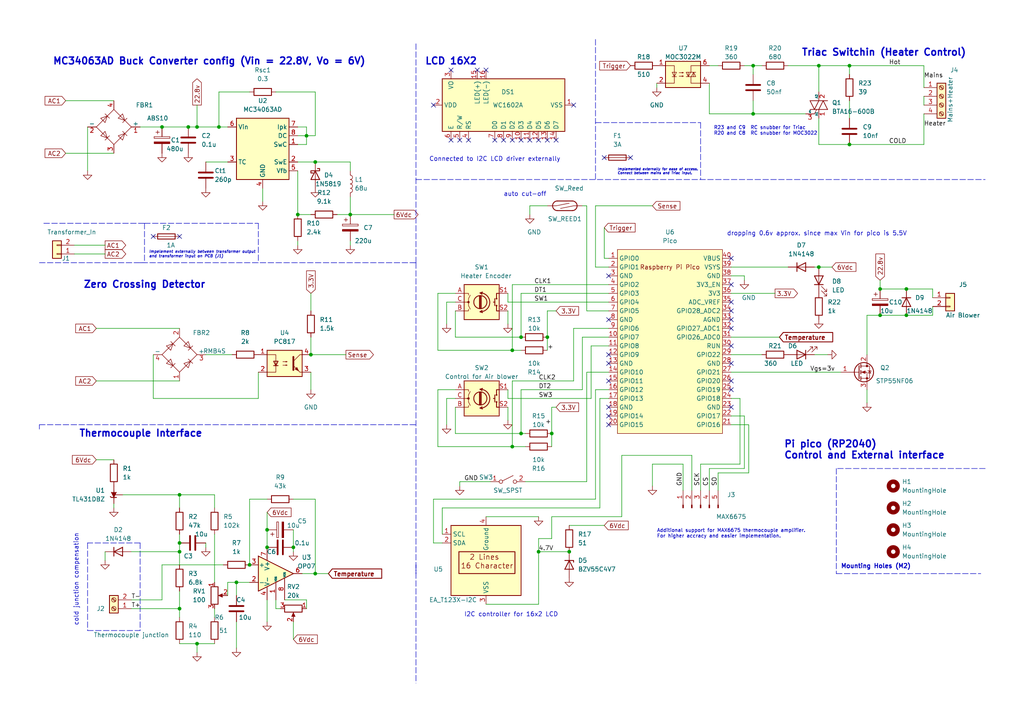
<source format=kicad_sch>
(kicad_sch (version 20211123) (generator eeschema)
  (paper "A4")
  (title_block (title "uStream") (date "2023-04-15") (rev "0.1") (company "Kimagure_krispy") (comment 1 "Designer: Nandish"))
  (junction (at 151.13 125.73))
  (junction (at 54.61 36.83))
  (junction (at 262.89 83.82))
  (junction (at 246.38 19.05))
  (junction (at 88.9 39.37))
  (junction (at 46.99 36.83))
  (junction (at 237.49 19.05))
  (junction (at 72.39 163.83))
  (junction (at 158.75 97.79))
  (junction (at 255.27 83.82))
  (junction (at 57.15 186.69))
  (junction (at 68.58 168.91))
  (junction (at 148.59 101.6))
  (junction (at 255.27 91.44))
  (junction (at 160.02 125.73))
  (junction (at 52.07 143.51))
  (junction (at 90.17 102.87))
  (junction (at 237.49 77.47))
  (junction (at 52.07 157.48))
  (junction (at 77.47 153.67))
  (junction (at 52.07 160.02))
  (junction (at 262.89 91.44))
  (junction (at 151.13 97.79))
  (junction (at 57.15 36.83))
  (junction (at 77.47 158.75))
  (junction (at 91.44 166.37))
  (junction (at 156.21 160.02))
  (junction (at 52.07 176.53))
  (junction (at 91.44 46.99))
  (junction (at 85.09 158.75))
  (junction (at 86.36 62.23))
  (junction (at 218.44 33.02))
  (junction (at 148.59 129.54))
  (junction (at 63.5 36.83))
  (junction (at 101.6 62.23))
  (junction (at 165.1 160.02))
  (junction (at 246.38 41.91))
  (junction (at 218.44 19.05))
  (no_connect (at 146.05 40.64))
  (no_connect (at 176.53 102.87))
  (no_connect (at 52.07 68.58))
  (no_connect (at 130.81 40.64))
  (no_connect (at 176.53 110.49))
  (no_connect (at 138.43 20.32))
  (no_connect (at 133.35 40.64))
  (no_connect (at 212.09 118.11))
  (no_connect (at 130.81 20.32))
  (no_connect (at 143.51 40.64))
  (no_connect (at 135.89 40.64))
  (no_connect (at 158.75 40.64))
  (no_connect (at 153.67 40.64))
  (no_connect (at 212.09 92.71))
  (no_connect (at 44.45 68.58))
  (no_connect (at 140.97 20.32))
  (no_connect (at 156.21 40.64))
  (no_connect (at 176.53 120.65))
  (no_connect (at 176.53 92.71))
  (no_connect (at 148.59 40.64))
  (no_connect (at 212.09 74.93))
  (no_connect (at 212.09 110.49))
  (no_connect (at 212.09 87.63))
  (no_connect (at 176.53 80.01))
  (no_connect (at 151.13 40.64))
  (no_connect (at 182.88 45.72))
  (no_connect (at 166.37 30.48))
  (no_connect (at 176.53 105.41))
  (no_connect (at 212.09 100.33))
  (no_connect (at 212.09 113.03))
  (no_connect (at 212.09 105.41))
  (no_connect (at 175.26 45.72))
  (no_connect (at 125.73 30.48))
  (no_connect (at 212.09 90.17))
  (no_connect (at 212.09 82.55))
  (no_connect (at 212.09 95.25))
  (no_connect (at 161.29 40.64))
  (no_connect (at 176.53 123.19))
  (no_connect (at 176.53 118.11))
  (wire (pts (xy 176.53 77.47) (xy 172.72 77.47)))
  (wire (pts (xy 88.9 39.37) (xy 88.9 41.91)))
  (wire (pts (xy 148.59 101.6) (xy 127 101.6)))
  (wire (pts (xy 57.15 36.83) (xy 63.5 36.83)))
  (wire (pts (xy 27.94 133.35) (xy 33.02 133.35)))
  (wire (pts (xy 203.2 134.62) (xy 203.2 142.24)))
  (wire (pts (xy 173.99 147.32) (xy 173.99 115.57)))
  (wire (pts (xy 52.07 171.45) (xy 52.07 176.53)))
  (wire (pts (xy 40.64 36.83) (xy 46.99 36.83)))
  (wire (pts (xy 21.59 73.66) (xy 30.48 73.66)))
  (wire (pts (xy 165.1 160.02) (xy 156.21 160.02)))
  (polyline (pts (xy 25.4 157.48) (xy 25.4 182.88)))
  (wire (pts (xy 267.97 33.02) (xy 267.97 41.91)))
  (wire (pts (xy 27.94 110.49) (xy 52.07 110.49)))
  (polyline (pts (xy 120.65 76.2) (xy 120.65 166.37)))
  (polyline (pts (xy 40.64 157.48) (xy 25.4 157.48)))
  (wire (pts (xy 82.55 173.99) (xy 88.9 173.99)))
  (wire (pts (xy 129.54 87.63) (xy 129.54 93.98)))
  (polyline (pts (xy 25.4 182.88) (xy 40.64 182.88)))
  (wire (pts (xy 240.03 102.87) (xy 236.22 102.87)))
  (wire (pts (xy 212.09 77.47) (xy 228.6 77.47)))
  (wire (pts (xy 246.38 41.91) (xy 267.97 41.91)))
  (wire (pts (xy 172.72 59.69) (xy 189.23 59.69)))
  (wire (pts (xy 147.32 87.63) (xy 176.53 87.63)))
  (wire (pts (xy 251.46 91.44) (xy 255.27 91.44)))
  (wire (pts (xy 86.36 69.85) (xy 86.36 71.12)))
  (wire (pts (xy 125.73 144.78) (xy 172.72 144.78)))
  (wire (pts (xy 91.44 144.78) (xy 91.44 166.37)))
  (wire (pts (xy 171.45 115.57) (xy 171.45 100.33)))
  (wire (pts (xy 80.01 26.67) (xy 91.44 26.67)))
  (wire (pts (xy 170.18 107.95) (xy 176.53 107.95)))
  (polyline (pts (xy 11.43 123.19) (xy 11.43 124.46)))
  (wire (pts (xy 59.69 46.99) (xy 66.04 46.99)))
  (wire (pts (xy 86.36 46.99) (xy 91.44 46.99)))
  (polyline (pts (xy 11.43 123.19) (xy 120.65 123.19)))
  (wire (pts (xy 86.36 62.23) (xy 90.17 62.23)))
  (polyline (pts (xy 74.93 64.77) (xy 74.93 76.2)))
  (wire (pts (xy 147.32 90.17) (xy 147.32 93.98)))
  (wire (pts (xy 214.63 115.57) (xy 214.63 134.62)))
  (polyline (pts (xy 285.75 135.89) (xy 242.57 135.89)))
  (wire (pts (xy 77.47 148.59) (xy 77.47 153.67)))
  (wire (pts (xy 205.74 24.13) (xy 205.74 33.02)))
  (wire (pts (xy 166.37 95.25) (xy 176.53 95.25)))
  (wire (pts (xy 132.08 97.79) (xy 151.13 97.79)))
  (wire (pts (xy 147.32 115.57) (xy 147.32 113.03)))
  (wire (pts (xy 132.08 85.09) (xy 127 85.09)))
  (wire (pts (xy 156.21 175.26) (xy 140.97 175.26)))
  (wire (pts (xy 85.09 158.75) (xy 85.09 160.02)))
  (wire (pts (xy 52.07 143.51) (xy 62.23 143.51)))
  (wire (pts (xy 160.02 156.21) (xy 156.21 156.21)))
  (wire (pts (xy 151.13 113.03) (xy 168.91 113.03)))
  (wire (pts (xy 218.44 19.05) (xy 218.44 21.59)))
  (wire (pts (xy 63.5 26.67) (xy 72.39 26.67)))
  (wire (pts (xy 270.51 83.82) (xy 270.51 86.36)))
  (wire (pts (xy 127 85.09) (xy 127 101.6)))
  (wire (pts (xy 44.45 115.57) (xy 74.93 115.57)))
  (wire (pts (xy 215.9 80.01) (xy 215.9 81.28)))
  (wire (pts (xy 68.58 168.91) (xy 72.39 168.91)))
  (wire (pts (xy 168.91 113.03) (xy 168.91 97.79)))
  (wire (pts (xy 52.07 157.48) (xy 52.07 160.02)))
  (wire (pts (xy 63.5 36.83) (xy 66.04 36.83)))
  (wire (pts (xy 237.49 19.05) (xy 246.38 19.05)))
  (wire (pts (xy 57.15 186.69) (xy 62.23 186.69)))
  (polyline (pts (xy 120.65 12.7) (xy 120.65 52.07)))
  (wire (pts (xy 215.9 120.65) (xy 215.9 135.89)))
  (wire (pts (xy 170.18 107.95) (xy 170.18 139.7)))
  (wire (pts (xy 200.66 142.24) (xy 200.66 132.08)))
  (wire (pts (xy 218.44 19.05) (xy 220.98 19.05)))
  (wire (pts (xy 63.5 36.83) (xy 63.5 26.67)))
  (wire (pts (xy 133.35 139.7) (xy 133.35 140.97)))
  (wire (pts (xy 148.59 101.6) (xy 148.59 82.55)))
  (wire (pts (xy 151.13 97.79) (xy 151.13 85.09)))
  (wire (pts (xy 90.17 107.95) (xy 90.17 113.03)))
  (polyline (pts (xy 172.72 35.56) (xy 203.2 35.56)))
  (wire (pts (xy 52.07 143.51) (xy 52.07 147.32)))
  (wire (pts (xy 158.75 90.17) (xy 161.29 90.17)))
  (wire (pts (xy 68.58 168.91) (xy 68.58 172.72)))
  (wire (pts (xy 151.13 101.6) (xy 148.59 101.6)))
  (polyline (pts (xy 203.2 35.56) (xy 203.2 52.07)))
  (wire (pts (xy 262.89 91.44) (xy 270.51 91.44)))
  (wire (pts (xy 52.07 154.94) (xy 52.07 157.48)))
  (wire (pts (xy 198.12 134.62) (xy 198.12 142.24)))
  (wire (pts (xy 168.91 97.79) (xy 176.53 97.79)))
  (wire (pts (xy 218.44 29.21) (xy 218.44 33.02)))
  (wire (pts (xy 270.51 88.9) (xy 270.51 91.44)))
  (wire (pts (xy 52.07 160.02) (xy 52.07 163.83)))
  (polyline (pts (xy 11.43 76.2) (xy 120.65 76.2)))
  (polyline (pts (xy 41.91 64.77) (xy 41.91 76.2)))
  (polyline (pts (xy 120.65 52.07) (xy 285.75 52.07)))
  (wire (pts (xy 77.47 173.99) (xy 77.47 180.34)))
  (wire (pts (xy 74.93 107.95) (xy 74.93 115.57)))
  (wire (pts (xy 237.49 26.67) (xy 237.49 19.05)))
  (wire (pts (xy 72.39 163.83) (xy 72.39 144.78)))
  (wire (pts (xy 85.09 144.78) (xy 91.44 144.78)))
  (wire (pts (xy 87.63 166.37) (xy 91.44 166.37)))
  (wire (pts (xy 46.99 163.83) (xy 64.77 163.83)))
  (wire (pts (xy 246.38 19.05) (xy 267.97 19.05)))
  (wire (pts (xy 132.08 115.57) (xy 129.54 115.57)))
  (wire (pts (xy 44.45 102.87) (xy 44.45 115.57)))
  (polyline (pts (xy 12.7 64.77) (xy 41.91 64.77)))
  (polyline (pts (xy 41.91 64.77) (xy 74.93 64.77)))
  (wire (pts (xy 72.39 144.78) (xy 77.47 144.78)))
  (wire (pts (xy 38.1 176.53) (xy 52.07 176.53)))
  (wire (pts (xy 66.04 168.91) (xy 68.58 168.91)))
  (wire (pts (xy 88.9 173.99) (xy 88.9 176.53)))
  (wire (pts (xy 218.44 33.02) (xy 233.68 33.02)))
  (wire (pts (xy 255.27 91.44) (xy 262.89 91.44)))
  (wire (pts (xy 151.13 125.73) (xy 152.4 125.73)))
  (polyline (pts (xy 242.57 135.89) (xy 242.57 166.37)))
  (wire (pts (xy 148.59 129.54) (xy 148.59 110.49)))
  (wire (pts (xy 85.09 180.34) (xy 85.09 185.42)))
  (wire (pts (xy 246.38 29.21) (xy 246.38 34.29)))
  (wire (pts (xy 38.1 173.99) (xy 46.99 173.99)))
  (polyline (pts (xy 41.91 76.2) (xy 40.64 76.2)))
  (wire (pts (xy 170.18 139.7) (xy 152.4 139.7)))
  (wire (pts (xy 59.69 102.87) (xy 67.31 102.87)))
  (wire (pts (xy 91.44 39.37) (xy 88.9 39.37)))
  (wire (pts (xy 228.6 19.05) (xy 237.49 19.05)))
  (wire (pts (xy 86.36 49.53) (xy 86.36 62.23)))
  (wire (pts (xy 148.59 129.54) (xy 152.4 129.54)))
  (wire (pts (xy 101.6 69.85) (xy 101.6 71.12)))
  (wire (pts (xy 200.66 132.08) (xy 180.34 132.08)))
  (wire (pts (xy 236.22 77.47) (xy 237.49 77.47)))
  (wire (pts (xy 19.05 29.21) (xy 33.02 29.21)))
  (wire (pts (xy 237.49 77.47) (xy 241.3 77.47)))
  (wire (pts (xy 158.75 97.79) (xy 158.75 101.6)))
  (wire (pts (xy 212.09 107.95) (xy 243.84 107.95)))
  (wire (pts (xy 267.97 27.94) (xy 267.97 30.48)))
  (wire (pts (xy 205.74 19.05) (xy 208.28 19.05)))
  (wire (pts (xy 189.23 134.62) (xy 189.23 140.97)))
  (wire (pts (xy 158.75 90.17) (xy 158.75 97.79)))
  (wire (pts (xy 101.6 57.15) (xy 101.6 62.23)))
  (wire (pts (xy 172.72 113.03) (xy 176.53 113.03)))
  (wire (pts (xy 91.44 26.67) (xy 91.44 39.37)))
  (wire (pts (xy 38.1 160.02) (xy 52.07 160.02)))
  (wire (pts (xy 212.09 85.09) (xy 224.79 85.09)))
  (wire (pts (xy 175.26 74.93) (xy 176.53 74.93)))
  (wire (pts (xy 62.23 143.51) (xy 62.23 147.32)))
  (wire (pts (xy 166.37 110.49) (xy 166.37 95.25)))
  (wire (pts (xy 147.32 118.11) (xy 147.32 121.92)))
  (wire (pts (xy 52.07 186.69) (xy 57.15 186.69)))
  (wire (pts (xy 148.59 129.54) (xy 127 129.54)))
  (wire (pts (xy 180.34 149.86) (xy 160.02 149.86)))
  (wire (pts (xy 77.47 153.67) (xy 77.47 158.75)))
  (wire (pts (xy 66.04 172.72) (xy 66.04 168.91)))
  (wire (pts (xy 205.74 135.89) (xy 205.74 142.24)))
  (wire (pts (xy 217.17 123.19) (xy 217.17 137.16)))
  (wire (pts (xy 57.15 30.48) (xy 57.15 36.83)))
  (wire (pts (xy 127 113.03) (xy 127 129.54)))
  (wire (pts (xy 208.28 137.16) (xy 208.28 142.24)))
  (wire (pts (xy 62.23 176.53) (xy 62.23 179.07)))
  (wire (pts (xy 171.45 100.33) (xy 176.53 100.33)))
  (polyline (pts (xy 120.65 76.2) (xy 120.65 52.07)))
  (wire (pts (xy 147.32 115.57) (xy 171.45 115.57)))
  (wire (pts (xy 151.13 125.73) (xy 151.13 113.03)))
  (wire (pts (xy 153.67 59.69) (xy 153.67 62.23)))
  (wire (pts (xy 267.97 19.05) (xy 267.97 25.4)))
  (wire (pts (xy 156.21 160.02) (xy 156.21 175.26)))
  (wire (pts (xy 212.09 123.19) (xy 217.17 123.19)))
  (wire (pts (xy 214.63 134.62) (xy 203.2 134.62)))
  (wire (pts (xy 52.07 176.53) (xy 52.07 179.07)))
  (wire (pts (xy 255.27 83.82) (xy 262.89 83.82)))
  (wire (pts (xy 132.08 118.11) (xy 132.08 125.73)))
  (wire (pts (xy 205.74 33.02) (xy 218.44 33.02)))
  (wire (pts (xy 90.17 102.87) (xy 100.33 102.87)))
  (wire (pts (xy 129.54 115.57) (xy 129.54 123.19)))
  (wire (pts (xy 80.01 176.53) (xy 81.28 176.53)))
  (polyline (pts (xy 120.65 163.83) (xy 120.65 198.12)))
  (wire (pts (xy 212.09 80.01) (xy 215.9 80.01)))
  (wire (pts (xy 212.09 97.79) (xy 226.06 97.79)))
  (wire (pts (xy 128.27 147.32) (xy 173.99 147.32)))
  (wire (pts (xy 59.69 157.48) (xy 59.69 158.75)))
  (wire (pts (xy 46.99 36.83) (xy 54.61 36.83)))
  (wire (pts (xy 46.99 173.99) (xy 46.99 163.83)))
  (wire (pts (xy 212.09 102.87) (xy 220.98 102.87)))
  (wire (pts (xy 172.72 77.47) (xy 172.72 59.69)))
  (wire (pts (xy 148.59 82.55) (xy 176.53 82.55)))
  (wire (pts (xy 262.89 83.82) (xy 270.51 83.82)))
  (wire (pts (xy 217.17 137.16) (xy 208.28 137.16)))
  (wire (pts (xy 86.36 36.83) (xy 88.9 36.83)))
  (wire (pts (xy 21.59 71.12) (xy 30.48 71.12)))
  (wire (pts (xy 86.36 41.91) (xy 88.9 41.91)))
  (wire (pts (xy 190.5 24.13) (xy 190.5 25.4)))
  (wire (pts (xy 132.08 113.03) (xy 127 113.03)))
  (wire (pts (xy 160.02 118.11) (xy 161.29 118.11)))
  (wire (pts (xy 175.26 66.04) (xy 175.26 74.93)))
  (wire (pts (xy 68.58 187.96) (xy 68.58 180.34)))
  (wire (pts (xy 91.44 46.99) (xy 101.6 46.99)))
  (wire (pts (xy 90.17 85.09) (xy 90.17 90.17)))
  (wire (pts (xy 91.44 166.37) (xy 95.25 166.37)))
  (wire (pts (xy 172.72 144.78) (xy 172.72 113.03)))
  (wire (pts (xy 215.9 135.89) (xy 205.74 135.89)))
  (wire (pts (xy 35.56 143.51) (xy 52.07 143.51)))
  (wire (pts (xy 237.49 34.29) (xy 237.49 41.91)))
  (wire (pts (xy 156.21 156.21) (xy 156.21 160.02)))
  (polyline (pts (xy 172.72 11.43) (xy 172.72 52.07)))
  (wire (pts (xy 76.2 54.61) (xy 76.2 58.42)))
  (wire (pts (xy 165.1 152.4) (xy 175.26 152.4)))
  (wire (pts (xy 101.6 62.23) (xy 114.3 62.23)))
  (wire (pts (xy 86.36 39.37) (xy 88.9 39.37)))
  (wire (pts (xy 215.9 19.05) (xy 218.44 19.05)))
  (wire (pts (xy 33.02 44.45) (xy 19.05 44.45)))
  (wire (pts (xy 212.09 120.65) (xy 215.9 120.65)))
  (wire (pts (xy 251.46 102.87) (xy 251.46 91.44)))
  (wire (pts (xy 160.02 118.11) (xy 160.02 125.73)))
  (wire (pts (xy 27.94 95.25) (xy 52.07 95.25)))
  (wire (pts (xy 30.48 160.02) (xy 30.48 162.56)))
  (wire (pts (xy 101.6 46.99) (xy 101.6 49.53)))
  (wire (pts (xy 85.09 153.67) (xy 85.09 158.75)))
  (wire (pts (xy 246.38 19.05) (xy 246.38 21.59)))
  (wire (pts (xy 97.79 62.23) (xy 101.6 62.23)))
  (wire (pts (xy 132.08 87.63) (xy 129.54 87.63)))
  (wire (pts (xy 147.32 87.63) (xy 147.32 85.09)))
  (wire (pts (xy 160.02 125.73) (xy 160.02 129.54)))
  (wire (pts (xy 160.02 149.86) (xy 160.02 156.21)))
  (wire (pts (xy 173.99 115.57) (xy 176.53 115.57)))
  (polyline (pts (xy 242.57 166.37) (xy 284.48 166.37)))
  (wire (pts (xy 125.73 157.48) (xy 125.73 144.78)))
  (wire (pts (xy 170.18 90.17) (xy 170.18 59.69)))
  (wire (pts (xy 133.35 139.7) (xy 142.24 139.7)))
  (wire (pts (xy 132.08 125.73) (xy 151.13 125.73)))
  (wire (pts (xy 255.27 83.82) (xy 255.27 81.28)))
  (wire (pts (xy 237.49 41.91) (xy 246.38 41.91)))
  (wire (pts (xy 128.27 157.48) (xy 125.73 157.48)))
  (wire (pts (xy 189.23 134.62) (xy 198.12 134.62)))
  (polyline (pts (xy 40.64 157.48) (xy 40.64 182.88)))
  (wire (pts (xy 57.15 186.69) (xy 57.15 189.23)))
  (wire (pts (xy 33.02 147.32) (xy 33.02 146.05)))
  (wire (pts (xy 176.53 90.17) (xy 170.18 90.17)))
  (wire (pts (xy 80.01 173.99) (xy 80.01 176.53)))
  (wire (pts (xy 25.4 36.83) (xy 25.4 49.53)))
  (wire (pts (xy 251.46 113.03) (xy 251.46 116.84)))
  (wire (pts (xy 140.97 149.86) (xy 156.21 149.86)))
  (wire (pts (xy 170.18 59.69) (xy 168.91 59.69)))
  (wire (pts (xy 148.59 110.49) (xy 166.37 110.49)))
  (wire (pts (xy 128.27 154.94) (xy 128.27 147.32)))
  (wire (pts (xy 54.61 36.83) (xy 57.15 36.83)))
  (wire (pts (xy 180.34 132.08) (xy 180.34 149.86)))
  (wire (pts (xy 151.13 85.09) (xy 176.53 85.09)))
  (wire (pts (xy 88.9 36.83) (xy 88.9 39.37)))
  (wire (pts (xy 62.23 154.94) (xy 62.23 168.91)))
  (wire (pts (xy 158.75 59.69) (xy 153.67 59.69)))
  (wire (pts (xy 132.08 90.17) (xy 132.08 97.79)))
  (wire (pts (xy 90.17 97.79) (xy 90.17 102.87)))
  (wire (pts (xy 212.09 115.57) (xy 214.63 115.57)))
  (text "auto cut-off \n" (at 146.05 57.15 0) (effects (font (size 1.27 1.27)) (justify left bottom)))
  (text "dropping 0.6v approx. since max Vin for pico is 5.5V\n" (at 210.82 68.58 0) (effects (font (size 1.27 1.27)) (justify left bottom)))
  (text "Additional support for MAX6675 thermocouple amplifier.\nFor higher accracy and easier implementation." (at 190.5 156.21 0) (effects (font (size 1 1)) (justify left bottom)))
  (text "Implemented externally for ease of access.\nConnect between mains and Triac input." (at 179.07 50.8 0) (effects (font (size 0.7 0.7) italic) (justify left bottom)))
  (text "cold junction compensation\n" (at 22.86 181.61 90) (effects (font (size 1.27 1.27)) (justify left bottom)))
  (text "Connected to I2C LCD driver externally\n" (at 124.46 46.99 0) (effects (font (size 1.27 1.27)) (justify left bottom)))
  (text "Pi pico (RP2040)\nControl and External interface" (at 227.33 133.35 0) (effects (font (size 2 2) bold) (justify left bottom)))
  (text "LCD 16X2" (at 123.19 19.05 0) (effects (font (size 2 2) bold) (justify left bottom)))
  (text "Thermocouple Interface\n" (at 22.86 127 0) (effects (font (size 2 2) bold) (justify left bottom)))
  (text "Triac Switchin (Heater Control)" (at 232.41 16.51 0) (effects (font (size 2 2) bold) (justify left bottom)))
  (text "MC34063AD Buck Converter config (Vin = 22.8V, Vo = 6V)" (at 15.24 19.05 0) (effects (font (size 2 2) bold) (justify left bottom)))
  (text "Mounting Holes (M2)" (at 243.84 165.1 0) (effects (font (size 1.27 1.27) (thickness 0.254) bold) (justify left bottom)))
  (text "R23 and C9  RC snubber for Triac\nR20 and C8  RC snubber for MOC3022" (at 207.01 39.37 0) (effects (font (size 1 1)) (justify left bottom)))
  (text "Zero Crossing Detector\n" (at 24.13 83.82 0) (effects (font (size 2 2) bold) (justify left bottom)))
  (text "I2C controller for 16x2 LCD\n" (at 134.62 179.07 0) (effects (font (size 1.27 1.27)) (justify left bottom)))
  (text "Impelement externally between transformer output\nand transformer input on PCB (J1)" (at 43.18 74.93 0) (effects (font (size 0.8 0.8) italic) (justify left bottom)))
  (label "CLK2" (at 156.21 110.49 0))
  (label "GND" (at 134.62 139.7 0))
  (label "CS" (at 205.74 140.97 90))
  (label "SW3" (at 156.21 115.57 0))
  (label "SO" (at 208.28 140.97 90))
  (label "T-" (at 38.1 173.99 0))
  (label "SW1" (at 154.94 87.63 0))
  (label "4.7V" (at 156.21 160.02 0))
  (label "T+" (at 38.1 176.53 0))
  (label "DT1" (at 154.94 85.09 0))
  (label "+" (at 158.75 101.6 0))
  (label "CLK1" (at 154.94 82.55 0))
  (label "GND" (at 198.12 140.97 90))
  (label "Vgs=3v" (at 234.95 107.95 0))
  (label "SCK" (at 203.2 140.97 90))
  (label "DT2" (at 156.21 113.03 0))
  (label "Hot" (at 257.81 19.05 0))
  (label "+" (at 160.02 123.19 90))
  (label "Mains" (at 267.97 22.86 0))
  (label "Heater" (at 267.97 36.83 0))
  (label "COLD" (at 257.81 41.91 0))
  (global_label "6Vdc" (shape output) (at 114.3 62.23 0) (property "Intersheet References" "${INTERSHEET_REFS}" (effects hide)))
  (global_label "AC2" (shape input) (at 19.05 44.45 180) (property "Intersheet References" "${INTERSHEET_REFS}" (effects hide)))
  (global_label "Temperature " (shape input) (at 226.06 97.79 0) (effects (font bold)) (property "Intersheet References" "${INTERSHEET_REFS}" (effects hide)))
  (global_label "3.3V" (shape input) (at 90.17 85.09 90) (property "Intersheet References" "${INTERSHEET_REFS}" (effects hide)))
  (global_label "3.3V" (shape input) (at 161.29 118.11 0) (property "Intersheet References" "${INTERSHEET_REFS}" (effects hide)))
  (global_label "Sense" (shape output) (at 100.33 102.87 0) (property "Intersheet References" "${INTERSHEET_REFS}" (effects hide)))
  (global_label "AC2" (shape input) (at 27.94 110.49 180) (property "Intersheet References" "${INTERSHEET_REFS}" (effects hide)))
  (global_label "3.3V" (shape output) (at 224.79 85.09 0) (property "Intersheet References" "${INTERSHEET_REFS}" (effects hide)))
  (global_label "AC2" (shape output) (at 30.48 73.66 0) (property "Intersheet References" "${INTERSHEET_REFS}" (effects hide)))
  (global_label "6Vdc" (shape input) (at 27.94 133.35 180) (property "Intersheet References" "${INTERSHEET_REFS}" (effects hide)))
  (global_label "22.8v" (shape input) (at 255.27 81.28 90) (property "Intersheet References" "${INTERSHEET_REFS}" (effects hide)))
  (global_label "6Vdc" (shape input) (at 85.09 185.42 0) (property "Intersheet References" "${INTERSHEET_REFS}" (effects hide)))
  (global_label "6Vdc" (shape input) (at 241.3 77.47 0) (property "Intersheet References" "${INTERSHEET_REFS}" (effects hide)))
  (global_label "AC1" (shape input) (at 19.05 29.21 180) (property "Intersheet References" "${INTERSHEET_REFS}" (effects hide)))
  (global_label "AC1" (shape output) (at 30.48 71.12 0) (property "Intersheet References" "${INTERSHEET_REFS}" (effects hide)))
  (global_label "3.3V" (shape input) (at 161.29 90.17 0) (property "Intersheet References" "${INTERSHEET_REFS}" (effects hide)))
  (global_label "6Vdc" (shape input) (at 77.47 148.59 0) (property "Intersheet References" "${INTERSHEET_REFS}" (effects hide)))
  (global_label "AC1" (shape input) (at 27.94 95.25 180) (property "Intersheet References" "${INTERSHEET_REFS}" (effects hide)))
  (global_label "22.8v" (shape output) (at 57.15 30.48 90) (property "Intersheet References" "${INTERSHEET_REFS}" (effects hide)))
  (global_label "Trigger" (shape input) (at 182.88 19.05 180) (property "Intersheet References" "${INTERSHEET_REFS}" (effects hide)))
  (global_label "Sense" (shape input) (at 189.23 59.69 0) (property "Intersheet References" "${INTERSHEET_REFS}" (effects hide)))
  (global_label "Temperature " (shape input) (at 95.25 166.37 0) (effects (font bold)) (property "Intersheet References" "${INTERSHEET_REFS}" (effects hide)))
  (global_label "Trigger" (shape input) (at 175.26 66.04 0) (property "Intersheet References" "${INTERSHEET_REFS}" (effects hide)))
  (global_label "6Vdc" (shape input) (at 175.26 152.4 0) (property "Intersheet References" "${INTERSHEET_REFS}" (effects hide)))
  (symbol (lib_id "power:GND") (at 68.58 187.96 0) (unit 1)
    (property "Reference" "#PWR09" (effects hide))
    (property "Value" "GND" (effects hide))
  )
  (symbol (lib_id "power:GND") (at 25.4 49.53 0) (unit 1)
    (property "Reference" "#PWR01" (effects hide))
    (property "Value" "GND" (effects hide))
  )
  (symbol (lib_id "Mechanical:MountingHole") (at 259.08 160.02 0) (unit 1)
    (property "Reference" "H4" (at 261.62 158.7499 0) (effects (justify left)))
    (property "Value" "MountingHole" (at 261.62 161.2899 0) (effects (justify left)))
    (property "Footprint" "MountingHole:MountingHole_3.2mm_M3" (effects hide))
  )
  (symbol (lib_id "power:GND") (at 190.5 25.4 0) (unit 1)
    (property "Reference" "#PWR024" (effects hide))
    (property "Value" "GND" (at 190.5 30.48 0))
  )
  (symbol (lib_id "power:GND") (at 85.09 160.02 0) (unit 1)
    (property "Reference" "#PWR012" (effects hide))
    (property "Value" "GND" (effects hide))
  )
  (symbol (lib_id "Device:Fuse") (at 48.26 68.58 90) (unit 1)
    (property "Reference" "F2" (at 49.53 66.04 90) (effects (justify left)))
    (property "Value" "1A " (at 50.8 71.12 90) (effects (justify left)))
  )
  (symbol (lib_id "power:GND") (at 76.2 58.42 0) (unit 1)
    (property "Reference" "#PWR010" (effects hide))
    (property "Value" "GND" (effects hide))
  )
  (symbol (lib_id "power:GND") (at 77.47 180.34 0) (unit 1)
    (property "Reference" "#PWR011" (effects hide))
    (property "Value" "GND" (effects hide))
  )
  (symbol (lib_id "power:GND") (at 251.46 116.84 0) (unit 1)
    (property "Reference" "#PWR028" (effects hide))
    (property "Value" "GND" (effects hide))
  )
  (symbol (lib_id "power:GND") (at 46.99 44.45 0) (unit 1)
    (property "Reference" "#PWR04" (effects hide))
    (property "Value" "GND" (effects hide))
  )
  (symbol (lib_id "power:GND") (at 91.44 54.61 0) (unit 1)
    (property "Reference" "#PWR015" (effects hide))
    (property "Value" "GND" (effects hide))
  )
  (symbol (lib_id "Device:C_Polarized") (at 255.27 87.63 0) (unit 1)
    (property "Reference" "C10" (at 257.81 87.63 0) (effects (justify left)))
    (property "Value" "10u" (at 259.08 90.17 0) (effects (justify right)))
    (property "Footprint" "Capacitor_SMD:CP_Elec_6.3x5.8" (effects hide))
  )
  (symbol (lib_id "Device:R") (at 68.58 163.83 270) (unit 1)
    (property "Reference" "R7" (at 68.58 157.48 90))
    (property "Value" "1k" (at 68.58 160.02 90))
    (property "Footprint" "Resistor_SMD:R_0805_2012Metric_Pad1.20x1.40mm_HandSolder" (effects hide))
  )
  (symbol (lib_id "Device:R") (at 246.38 25.4 0) (unit 1)
    (property "Reference" "R23" (at 248.92 24.1299 0) (effects (justify left)))
    (property "Value" "39" (at 248.92 26.6699 0) (effects (justify left)))
    (property "Footprint" "Resistor_SMD:R_1206_3216Metric_Pad1.30x1.75mm_HandSolder" (effects hide))
  )
  (symbol (lib_id "Device:R") (at 86.36 66.04 0) (unit 1)
    (property "Reference" "R10" (at 88.9 64.7699 0) (effects (justify left)))
    (property "Value" "2.4k" (at 88.9 67.3099 0) (effects (justify left)))
    (property "Footprint" "Resistor_SMD:R_0805_2012Metric_Pad1.20x1.40mm_HandSolder" (effects hide))
  )
  (symbol (lib_id "power:GND") (at 215.9 81.28 0) (unit 1)
    (property "Reference" "#PWR025" (effects hide))
    (property "Value" "GND" (at 217.17 86.36 0))
  )
  (symbol (lib_id "Device:C") (at 59.69 50.8 180) (unit 1)
    (property "Reference" "Ct1" (at 62.23 49.53 0) (effects (justify right)))
    (property "Value" "260p" (at 62.23 52.07 0) (effects (justify right)))
    (property "Footprint" "Capacitor_SMD:C_0805_2012Metric_Pad1.18x1.45mm_HandSolder" (effects hide))
  )
  (symbol (lib_id "Device:RotaryEncoder_Switch") (at 139.7 115.57 0) (unit 1)
    (property "Reference" "SW2" (at 139.7 106.68 0))
    (property "Value" "Control for Air blower" (at 139.7 109.22 0))
    (property "Footprint" "Rotary_Encoder:RotaryEncoder_Alps_EC11E-Switch_Vertical_H20mm" (effects hide))
  )
  (symbol (lib_id "Device:C") (at 55.88 157.48 90) (unit 1)
    (property "Reference" "C3" (at 54.61 161.29 90))
    (property "Value" "10u" (at 58.42 154.94 90))
    (property "Footprint" "Capacitor_SMD:CP_Elec_6.3x5.8" (effects hide))
  )
  (symbol (lib_id "power:GND") (at 153.67 62.23 0) (unit 1)
    (property "Reference" "#PWR018" (effects hide))
    (property "Value" "GND" (at 154.94 67.31 0))
  )
  (symbol (lib_id "power:GND") (at 129.54 123.19 0) (unit 1)
    (property "Reference" "#PWR0101" (effects hide))
    (property "Value" "GND" (effects hide))
  )
  (symbol (lib_id "Device:R") (at 52.07 167.64 180) (unit 1)
    (property "Reference" "R3" (at 54.61 166.3699 0) (effects (justify right)))
    (property "Value" "6.8k" (at 54.61 168.9099 0) (effects (justify right)))
    (property "Footprint" "Resistor_SMD:R_0805_2012Metric_Pad1.20x1.40mm_HandSolder" (effects hide))
  )
  (symbol (lib_id "power:GND") (at 30.48 162.56 0) (unit 1)
    (property "Reference" "#PWR02" (effects hide))
    (property "Value" "GND" (effects hide))
  )
  (symbol (lib_id "Display_Character:WC1602A") (at 146.05 30.48 90) (unit 1)
    (property "Reference" "DS1" (at 147.32 26.67 90))
    (property "Value" "WC1602A" (at 147.32 30.48 90))
    (property "Footprint" "Display:WC1602A" (effects hide))
    (property "Datasheet" "http://www.wincomlcd.com/pdf/WC1602A-SFYLYHTC06.pdf" (effects hide))
  )
  (symbol (lib_id "Device:R") (at 154.94 101.6 90) (unit 1)
    (property "Reference" "R14" (at 154.9445 107.9411 90))
    (property "Value" "10k" (at 154.9445 105.4011 90))
    (property "Footprint" "Resistor_SMD:R_0805_2012Metric_Pad1.20x1.40mm_HandSolder" (effects hide))
  )
  (symbol (lib_id "Device:R") (at 186.69 19.05 90) (unit 1)
    (property "Reference" "R18" (at 186.69 16.51 90))
    (property "Value" "510" (at 186.69 21.59 90))
    (property "Footprint" "Resistor_SMD:R_0805_2012Metric_Pad1.20x1.40mm_HandSolder" (effects hide))
  )
  (symbol (lib_id "power:GND") (at 59.69 54.61 0) (unit 1)
    (property "Reference" "#PWR07" (effects hide))
    (property "Value" "GND" (effects hide))
  )
  (symbol (lib_id "Device:R") (at 62.23 151.13 0) (mirror y) (unit 1)
    (property "Reference" "R5" (at 64.77 149.8599 0) (effects (justify right)))
    (property "Value" "102k" (at 64.77 152.3999 0) (effects (justify right)))
    (property "Footprint" "Resistor_SMD:R_0805_2012Metric_Pad1.20x1.40mm_HandSolder" (effects hide))
  )
  (symbol (lib_id "Connector:Screw_Terminal_01x04") (at 273.05 27.94 0) (unit 1)
    (property "Reference" "J4" (at 275.59 20.32 0) (effects (justify left)))
    (property "Value" "Mains+Heater" (at 275.59 35.56 90) (effects (justify left)))
    (property "Footprint" "TerminalBlock_Phoenix:TerminalBlock_Phoenix_MKDS-1,5-4-5.08_1x04_P5.08mm_Horizontal" (effects hide))
  )
  (symbol (lib_id "Relay_SolidState:MOC3022M") (at 198.12 21.59 0) (unit 1)
    (property "Reference" "U7" (at 198.12 13.97 0))
    (property "Value" "MOC3022M" (at 198.12 16.51 0))
    (property "Footprint" "Package_DIP:DIP-6_W7.62mm" (effects hide))
    (property "Datasheet" "https://www.onsemi.com/pub/Collateral/MOC3023M-D.PDF" (effects hide))
  )
  (symbol (lib_id "Mechanical:MountingHole") (at 259.08 140.97 0) (unit 1)
    (property "Reference" "H1" (at 261.62 139.6999 0) (effects (justify left)))
    (property "Value" "MountingHole" (at 261.62 142.2399 0) (effects (justify left)))
    (property "Footprint" "MountingHole:MountingHole_3.2mm_M3" (effects hide))
  )
  (symbol (lib_id "Device:R_Potentiometer") (at 85.09 176.53 270) (unit 1)
    (property "Reference" "RV2" (at 85.09 170.18 90))
    (property "Value" "20k" (at 85.09 172.72 90))
    (property "Footprint" "Potentiometer_THT:Potentiometer_Bourns_3296W_Vertical" (effects hide))
  )
  (symbol (lib_id "Mechanical:MountingHole") (at 259.08 153.67 0) (unit 1)
    (property "Reference" "H3" (at 261.62 152.3999 0) (effects (justify left)))
    (property "Value" "MountingHole" (at 261.62 154.9399 0) (effects (justify left)))
    (property "Footprint" "MountingHole:MountingHole_3.2mm_M3" (effects hide))
  )
  (symbol (lib_id "Device:L") (at 101.6 53.34 0) (unit 1)
    (property "Reference" "L1" (at 102.87 52.0699 0) (effects (justify left)))
    (property "Value" "68u" (at 102.87 54.6099 0) (effects (justify left)))
    (property "Footprint" "Inductor_SMD:L_Sunlord_SWPA80xxS" (effects hide))
  )
  (symbol (lib_id "Device:R") (at 81.28 144.78 270) (unit 1)
    (property "Reference" "R9" (at 81.28 138.43 90))
    (property "Value" "43k" (at 81.28 140.97 90))
    (property "Footprint" "Resistor_SMD:R_0805_2012Metric_Pad1.20x1.40mm_HandSolder" (effects hide))
  )
  (symbol (lib_id "power:GND") (at 237.49 92.71 0) (unit 1)
    (property "Reference" "#PWR026" (effects hide))
    (property "Value" "GND" (effects hide))
  )
  (symbol (lib_id "power:GND") (at 129.54 93.98 0) (unit 1)
    (property "Reference" "#PWR0102" (effects hide))
    (property "Value" "GND" (effects hide))
  )
  (symbol (lib_id "Switch:SW_SPST") (at 147.32 139.7 0) (unit 1)
    (property "Reference" "SW3" (at 140.97 138.43 0))
    (property "Value" "SW_SPST" (at 147.32 142.24 0))
    (property "Footprint" "Button_Switch_SMD:SW_SPST_TL3342" (effects hide))
  )
  (symbol (lib_id "Device:R") (at 52.07 151.13 180) (unit 1)
    (property "Reference" "R2" (at 54.61 149.8599 0) (effects (justify right)))
    (property "Value" "47k" (at 54.61 152.3999 0) (effects (justify right)))
    (property "Footprint" "Resistor_SMD:R_0805_2012Metric_Pad1.20x1.40mm_HandSolder" (effects hide))
  )
  (symbol (lib_id "Reference_Voltage:TL431DBZ") (at 33.02 143.51 270) (unit 1)
    (property "Reference" "U1" (at 30.48 142.2399 90) (effects (justify right)))
    (property "Value" "TL431DBZ" (at 30.48 144.7799 90) (effects (justify right)))
    (property "Footprint" "Package_TO_SOT_SMD:SOT-23" (effects hide))
    (property "Datasheet" "http://www.ti.com/lit/ds/symlink/tl431.pdf" (effects hide))
  )
  (symbol (lib_id "Device:R_Potentiometer") (at 62.23 172.72 0) (unit 1)
    (property "Reference" "RV1" (at 59.69 171.4499 0) (effects (justify right)))
    (property "Value" "100" (at 59.69 173.9899 0) (effects (justify right)))
    (property "Footprint" "Potentiometer_SMD:Potentiometer_Bourns_TC33X_Vertical" (effects hide))
  )
  (symbol (lib_id "Device:C") (at 246.38 38.1 0) (unit 1)
    (property "Reference" "C9" (at 250.19 36.8299 0) (effects (justify left)))
    (property "Value" "10nf" (at 250.19 39.3699 0) (effects (justify left)))
    (property "Footprint" "Capacitor_THT:C_Rect_L13.0mm_W6.0mm_P10.00mm_FKS3_FKP3_MKS4" (effects hide))
  )
  (symbol (lib_id "Device:R") (at 90.17 93.98 0) (unit 1)
    (property "Reference" "R11" (at 92.71 92.7099 0) (effects (justify left)))
    (property "Value" "1.5k" (at 92.71 95.25 0) (effects (justify left)))
    (property "Footprint" "Resistor_SMD:R_0805_2012Metric_Pad1.20x1.40mm_HandSolder" (effects hide))
  )
  (symbol (lib_id "Device:C") (at 54.61 40.64 180) (unit 1)
    (property "Reference" "C2" (at 58.42 39.3699 0) (effects (justify right)))
    (property "Value" "0.1u" (at 58.42 41.9099 0) (effects (justify right)))
    (property "Footprint" "Capacitor_SMD:C_0805_2012Metric_Pad1.18x1.45mm_HandSolder" (effects hide))
  )
  (symbol (lib_id "Connector_Generic:Conn_01x02") (at 16.51 73.66 180) (unit 1)
    (property "Reference" "J1" (at 20.32 74.93 0) (effects (justify left)))
    (property "Value" "Transformer_In" (at 27.94 67.31 0) (effects (justify left)))
    (property "Footprint" "Connector_JST:JST_XH_B2B-XH-A_1x02_P2.50mm_Vertical" (effects hide))
  )
  (symbol (lib_id "Device:R") (at 76.2 26.67 90) (unit 1)
    (property "Reference" "Rsc1" (at 76.2 20.32 90))
    (property "Value" "0.3" (at 76.2 22.86 90))
    (property "Footprint" "Resistor_SMD:R_2512_6332Metric_Pad1.40x3.35mm_HandSolder" (effects hide))
  )
  (symbol (lib_id "Device:D") (at 262.89 87.63 270) (unit 1)
    (property "Reference" "D9" (at 265.43 86.3599 90) (effects (justify left)))
    (property "Value" "1N4148" (at 262.89 90.17 90) (effects (justify left)))
    (property "Footprint" "Diode_SMD:D_SOD-123" (effects hide))
  )
  (symbol (lib_id "Triac_Thyristor:BTA16-600B") (at 237.49 30.48 0) (unit 1)
    (property "Reference" "Q1" (at 241.3 29.7941 0) (effects (justify left)))
    (property "Value" "BTA16-600B" (at 241.3 32.3341 0) (effects (justify left)))
    (property "Footprint" "Package_TO_SOT_THT:TO-220-3_Vertical" (effects hide))
    (property "Datasheet" "https://www.st.com/resource/en/datasheet/bta16.pdf" (effects hide))
  )
  (symbol (lib_id "Display_Character:EA_T123X-I2C") (at 140.97 162.56 0) (unit 1)
    (property "Reference" "U5" (at 125.73 165.1 0) (effects (justify left)))
    (property "Value" "EA_T123X-I2C" (at 124.46 173.99 0) (effects (justify left)))
    (property "Footprint" "Connector_PinSocket_2.54mm:PinSocket_1x04_P2.54mm_Vertical" (effects hide))
    (property "Datasheet" "http://www.lcd-module.de/pdf/doma/t123-i2c.pdf" (effects hide))
  )
  (symbol (lib_id "power:GND") (at 86.36 71.12 0) (unit 1)
    (property "Reference" "#PWR013" (effects hide))
    (property "Value" "GND" (effects hide))
  )
  (symbol (lib_id "Device:C_Polarized") (at 81.28 153.67 90) (unit 1)
    (property "Reference" "C5" (at 87.63 151.13 90))
    (property "Value" "10u" (at 85.09 152.4 90))
    (property "Footprint" "Capacitor_SMD:CP_Elec_6.3x5.8" (effects hide))
  )
  (symbol (lib_id "power:GND") (at 54.61 44.45 0) (unit 1)
    (property "Reference" "#PWR05" (effects hide))
    (property "Value" "GND" (effects hide))
  )
  (symbol (lib_id "Device:R") (at 52.07 182.88 180) (unit 1)
    (property "Reference" "R4" (at 54.61 181.6099 0) (effects (justify right)))
    (property "Value" "110" (at 54.61 184.1499 0) (effects (justify right)))
    (property "Footprint" "Resistor_SMD:R_0805_2012Metric_Pad1.20x1.40mm_HandSolder" (effects hide))
  )
  (symbol (lib_id "Connector:Conn_01x05_Male") (at 203.2 147.32 90) (unit 1)
    (property "Reference" "J3" (at 212.09 143.51 90))
    (property "Value" "MAX6675" (at 212.09 149.86 90))
    (property "Footprint" "Connector_PinSocket_2.54mm:PinSocket_1x05_P2.54mm_Vertical" (effects hide))
  )
  (symbol (lib_id "Device:R") (at 156.21 129.54 90) (unit 1)
    (property "Reference" "R16" (at 156.2145 135.8811 90))
    (property "Value" "10k" (at 156.2145 133.3411 90))
    (property "Footprint" "Resistor_SMD:R_0805_2012Metric_Pad1.20x1.40mm_HandSolder" (effects hide))
  )
  (symbol (lib_id "MCU_RaspberryPi_and_Boards:Pico") (at 194.31 99.06 0) (unit 1)
    (property "Reference" "U6" (at 194.31 67.31 0))
    (property "Value" "Pico" (at 194.31 69.85 0))
    (property "Footprint" "raspberry pi:RPi_Pico_SMD_TH" (effects hide))
  )
  (symbol (lib_id "Diode:1N4148") (at 232.41 77.47 0) (unit 1)
    (property "Reference" "D7" (at 232.41 71.12 0))
    (property "Value" "1N4148" (at 232.41 73.66 0))
    (property "Footprint" "Diode_SMD:D_SOD-123" (effects hide))
    (property "Datasheet" "https://assets.nexperia.com/documents/data-sheet/1N4148_1N4448.pdf" (effects hide))
  )
  (symbol (lib_id "Switch:SW_Reed") (at 163.83 59.69 0) (unit 1)
    (property "Reference" "SW_REED1" (at 163.83 63.5 0))
    (property "Value" "SW_Reed" (at 165.1 54.61 0))
    (property "Footprint" "Connector_JST:JST_XH_B2B-XH-A_1x02_P2.50mm_Vertical" (effects hide))
  )
  (symbol (lib_id "power:GND") (at 165.1 167.64 0) (unit 1)
    (property "Reference" "#PWR022" (effects hide))
    (property "Value" "GND" (effects hide))
  )
  (symbol (lib_id "power:GND") (at 189.23 140.97 0) (unit 1)
    (property "Reference" "#PWR023" (effects hide))
    (property "Value" "GND" (effects hide))
  )
  (symbol (lib_id "Connector_Generic:Conn_01x02") (at 275.59 86.36 0) (unit 1)
    (property "Reference" "J5" (at 278.13 82.55 0) (effects (justify left)))
    (property "Value" "Air Blower" (at 274.32 91.44 0) (effects (justify left)))
    (property "Footprint" "Connector_JST:JST_XH_B2B-XH-A_1x02_P2.50mm_Vertical" (effects hide))
  )
  (symbol (lib_id "power:GND") (at 57.15 189.23 0) (unit 1)
    (property "Reference" "#PWR06" (effects hide))
    (property "Value" "GND" (effects hide))
  )
  (symbol (lib_id "Diode_Bridge:RMB4S") (at 52.07 102.87 0) (unit 1)
    (property "Reference" "FBR2" (at 58.42 96.52 0))
    (property "Value" "RMB4S" (at 62.23 101.8286 0))
    (property "Footprint" "Package_TO_SOT_SMD:TO-269AA" (effects hide))
    (property "Datasheet" "http://www.vishay.com/docs/88705/rmbs.pdf" (effects hide))
  )
  (symbol (lib_id "Device:C") (at 218.44 25.4 0) (unit 1)
    (property "Reference" "C8" (at 222.25 24.1299 0) (effects (justify left)))
    (property "Value" "50nf" (at 222.25 26.6699 0) (effects (justify left)))
    (property "Footprint" "Capacitor_THT:C_Rect_L13.0mm_W6.0mm_P10.00mm_FKS3_FKP3_MKS4" (effects hide))
  )
  (symbol (lib_id "Device:R") (at 224.79 102.87 90) (unit 1)
    (property "Reference" "R21" (at 224.79 100.33 90))
    (property "Value" "360" (at 223.52 105.41 90))
    (property "Footprint" "Resistor_SMD:R_0805_2012Metric_Pad1.20x1.40mm_HandSolder" (effects hide))
  )
  (symbol (lib_id "Transistor_FET:IRF540N") (at 248.92 107.95 0) (unit 1)
    (property "Reference" "Q2" (at 255.27 106.6799 0) (effects (justify left)))
    (property "Value" "STP55NF06" (at 254 110.49 0) (effects (justify left)))
    (property "Footprint" "Package_TO_SOT_THT:TO-220-3_Vertical" (effects hide))
    (property "Datasheet" "http://www.irf.com/product-info/datasheets/data/irf540n.pdf" (effects hide))
  )
  (symbol (lib_id "Amplifier_Operational:OP07") (at 80.01 166.37 0) (unit 1)
    (property "Reference" "U3" (at 88.9 161.671 0))
    (property "Value" "OP07" (at 88.9 164.211 0))
    (property "Footprint" "Package_SO:SOIC-8_3.9x4.9mm_P1.27mm" (effects hide))
    (property "Datasheet" "https://www.analog.com/media/en/technical-documentation/data-sheets/OP07.pdf" (effects hide))
  )
  (symbol (lib_id "Device:LED") (at 237.49 81.28 90) (unit 1)
    (property "Reference" "D8" (at 241.3 81.5974 90) (effects (justify right)))
    (property "Value" "LED" (at 241.3 84.1374 90) (effects (justify right)))
    (property "Footprint" "LED_SMD:LED_0805_2012Metric_Pad1.15x1.40mm_HandSolder" (effects hide))
  )
  (symbol (lib_id "Regulator_Switching:MC34063AD") (at 76.2 41.91 0) (unit 1)
    (property "Reference" "U2" (at 76.2 29.21 0))
    (property "Value" "MC34063AD" (at 76.2 31.75 0))
    (property "Footprint" "Package_SO:SOIC-8_3.9x4.9mm_P1.27mm" (effects hide))
    (property "Datasheet" "http://www.onsemi.com/pub_link/Collateral/MC34063A-D.PDF" (effects hide))
  )
  (symbol (lib_id "Device:RotaryEncoder_Switch") (at 139.7 87.63 0) (unit 1)
    (property "Reference" "SW1" (at 139.7 77.47 0))
    (property "Value" "Heater Encoder" (at 140.97 80.01 0))
    (property "Footprint" "Rotary_Encoder:RotaryEncoder_Alps_EC11E-Switch_Vertical_H20mm" (effects hide))
  )
  (symbol (lib_id "Device:R") (at 212.09 19.05 90) (unit 1)
    (property "Reference" "R19" (at 212.09 13.97 90))
    (property "Value" "360" (at 212.09 16.51 90))
    (property "Footprint" "Resistor_SMD:R_1206_3216Metric_Pad1.30x1.75mm_HandSolder" (effects hide))
  )
  (symbol (lib_id "Diode:BZV55C4V7") (at 165.1 163.83 270) (unit 1)
    (property "Reference" "D5" (at 167.64 162.5599 90) (effects (justify left)))
    (property "Value" "BZV55C4V7" (at 167.64 165.0999 90) (effects (justify left)))
    (property "Footprint" "Diode_SMD:D_MiniMELF" (effects hide))
    (property "Datasheet" "https://assets.nexperia.com/documents/data-sheet/BZV55_SER.pdf" (effects hide))
  )
  (symbol (lib_id "Diode:1N5819") (at 91.44 50.8 270) (unit 1)
    (property "Reference" "D4" (at 93.98 50.8 90) (effects (justify left)))
    (property "Value" "1N5819" (at 91.44 53.34 90) (effects (justify left)))
    (property "Footprint" "Diode_SMD:D_SMA_Handsoldering" (effects hide))
    (property "Datasheet" "http://www.vishay.com/docs/88525/1n5817.pdf" (effects hide))
  )
  (symbol (lib_id "Device:LED") (at 232.41 102.87 180) (unit 1)
    (property "Reference" "D6" (at 229.87 100.33 0))
    (property "Value" "LED" (at 231.14 105.41 0))
    (property "Footprint" "LED_SMD:LED_0805_2012Metric_Pad1.15x1.40mm_HandSolder" (effects hide))
  )
  (symbol (lib_id "power:GND") (at 101.6 71.12 0) (unit 1)
    (property "Reference" "#PWR016" (effects hide))
    (property "Value" "GND" (effects hide))
  )
  (symbol (lib_id "Device:C_Polarized") (at 101.6 66.04 0) (unit 1)
    (property "Reference" "C7" (at 105.41 66.04 0) (effects (justify left)))
    (property "Value" "220u" (at 102.87 69.85 0) (effects (justify left)))
    (property "Footprint" "Capacitor_THT:CP_Radial_D10.0mm_P5.00mm" (effects hide))
  )
  (symbol (lib_id "Device:R") (at 224.79 19.05 90) (unit 1)
    (property "Reference" "R20" (at 224.79 13.97 90))
    (property "Value" "680" (at 224.79 16.51 90))
    (property "Footprint" "Resistor_SMD:R_1206_3216Metric_Pad1.30x1.75mm_HandSolder" (effects hide))
  )
  (symbol (lib_id "Device:C") (at 81.28 158.75 270) (unit 1)
    (property "Reference" "C6" (at 78.74 160.02 90))
    (property "Value" "0.1u" (at 87.63 157.48 90))
    (property "Footprint" "Capacitor_SMD:C_0805_2012Metric_Pad1.18x1.45mm_HandSolder" (effects hide))
  )
  (symbol (lib_id "Device:R") (at 71.12 102.87 90) (unit 1)
    (property "Reference" "R8" (at 71.12 96.52 90))
    (property "Value" "2k" (at 71.12 99.06 90))
    (property "Footprint" "Resistor_SMD:R_0805_2012Metric_Pad1.20x1.40mm_HandSolder" (effects hide))
  )
  (symbol (lib_id "Diode_Bridge:ABS10") (at 33.02 36.83 0) (unit 1)
    (property "Reference" "FBR1" (at 41.91 30.48 0))
    (property "Value" "ABS10" (at 45.72 34.29 0))
    (property "Footprint" "Diode_SMD:Diode_Bridge_Diotec_ABS" (effects hide))
    (property "Datasheet" "https://diotec.com/tl_files/diotec/files/pdf/datasheets/abs2.pdf" (effects hide))
  )
  (symbol (lib_id "power:GND") (at 59.69 158.75 0) (unit 1)
    (property "Reference" "#PWR08" (effects hide))
    (property "Value" "GND" (effects hide))
  )
  (symbol (lib_id "power:GND") (at 147.32 121.92 0) (unit 1)
    (property "Reference" "#PWR021" (effects hide))
    (property "Value" "GND" (effects hide))
  )
  (symbol (lib_id "Device:R") (at 62.23 182.88 180) (unit 1)
    (property "Reference" "R6" (at 62.23 179.07 0) (effects (justify right)))
    (property "Value" "51" (at 63.5 182.88 0) (effects (justify right)))
    (property "Footprint" "Resistor_SMD:R_0805_2012Metric_Pad1.20x1.40mm_HandSolder" (effects hide))
  )
  (symbol (lib_id "power:GND") (at 90.17 113.03 0) (unit 1)
    (property "Reference" "#PWR014" (effects hide))
    (property "Value" "GND" (at 90.17 118.11 0))
  )
  (symbol (lib_id "Device:R") (at 93.98 62.23 90) (unit 1)
    (property "Reference" "R12" (at 93.98 55.88 90))
    (property "Value" "9.1k" (at 93.98 58.42 90))
    (property "Footprint" "Resistor_SMD:R_0805_2012Metric_Pad1.20x1.40mm_HandSolder" (effects hide))
  )
  (symbol (lib_id "Device:R") (at 33.02 137.16 180) (unit 1)
    (property "Reference" "R1" (at 35.56 135.8899 0) (effects (justify right)))
    (property "Value" "1k" (at 35.56 138.4299 0) (effects (justify right)))
    (property "Footprint" "Resistor_SMD:R_0805_2012Metric_Pad1.20x1.40mm_HandSolder" (effects hide))
  )
  (symbol (lib_id "power:GND") (at 133.35 140.97 0) (unit 1)
    (property "Reference" "#PWR017" (effects hide))
    (property "Value" "GND" (effects hide))
  )
  (symbol (lib_id "power:GND") (at 147.32 93.98 0) (unit 1)
    (property "Reference" "#PWR020" (effects hide))
    (property "Value" "GND" (effects hide))
  )
  (symbol (lib_id "power:GND") (at 240.03 102.87 90) (unit 1)
    (property "Reference" "#PWR027" (effects hide))
    (property "Value" "GND" (effects hide))
  )
  (symbol (lib_id "Device:R") (at 165.1 156.21 0) (unit 1)
    (property "Reference" "R17" (at 167.64 154.9399 0) (effects (justify left)))
    (property "Value" "51" (at 167.64 157.4799 0) (effects (justify left)))
    (property "Footprint" "Resistor_SMD:R_0805_2012Metric_Pad1.20x1.40mm_HandSolder" (effects hide))
  )
  (symbol (lib_id "Mechanical:MountingHole") (at 259.08 147.32 0) (unit 1)
    (property "Reference" "H2" (at 261.62 146.0499 0) (effects (justify left)))
    (property "Value" "MountingHole" (at 261.62 148.5899 0) (effects (justify left)))
    (property "Footprint" "MountingHole:MountingHole_3.2mm_M3" (effects hide))
  )
  (symbol (lib_id "Device:R") (at 154.94 97.79 90) (unit 1)
    (property "Reference" "R13" (at 154.94 92.71 90))
    (property "Value" "10k" (at 154.94 95.25 90))
    (property "Footprint" "Resistor_SMD:R_0805_2012Metric_Pad1.20x1.40mm_HandSolder" (effects hide))
  )
  (symbol (lib_id "Device:R") (at 156.21 125.73 90) (unit 1)
    (property "Reference" "R15" (at 156.21 120.65 90))
    (property "Value" "10k" (at 156.21 123.19 90))
    (property "Footprint" "Resistor_SMD:R_0805_2012Metric_Pad1.20x1.40mm_HandSolder" (effects hide))
  )
  (symbol (lib_id "power:GND") (at 33.02 147.32 0) (unit 1)
    (property "Reference" "#PWR03" (effects hide))
    (property "Value" "GND" (effects hide))
  )
  (symbol (lib_id "Device:R") (at 237.49 88.9 0) (unit 1)
    (property "Reference" "R22" (at 240.03 87.6299 0) (effects (justify left)))
    (property "Value" "1k" (at 240.03 90.1699 0) (effects (justify left)))
    (property "Footprint" "Resistor_SMD:R_0805_2012Metric_Pad1.20x1.40mm_HandSolder" (effects hide))
  )
  (symbol (lib_id "Device:Fuse") (at 179.07 45.72 90) (unit 1)
    (property "Reference" "F1" (at 179.07 39.37 90))
    (property "Value" "3A" (at 179.07 41.91 90))
  )
  (symbol (lib_id "Isolator:PC817") (at 82.55 105.41 0) (unit 1)
    (property "Reference" "U4" (at 82.55 96.52 0))
    (property "Value" "PC817" (at 82.55 99.06 0))
    (property "Footprint" "Package_DIP:DIP-4_W7.62mm" (effects hide))
    (property "Datasheet" "http://www.soselectronic.cz/a_info/resource/d/pc817.pdf" (effects hide))
  )
  (symbol (lib_id "Connector:Screw_Terminal_01x02") (at 33.02 176.53 180) (unit 1)
    (property "Reference" "J2" (at 29.21 176.53 0))
    (property "Value" "Thermocouple junction" (at 38.1 184.15 0))
    (property "Footprint" "TerminalBlock_Phoenix:TerminalBlock_Phoenix_MKDS-1,5-2-5.08_1x02_P5.08mm_Horizontal" (effects hide))
  )
  (symbol (lib_id "Device:C_Polarized") (at 46.99 40.64 0) (unit 1)
    (property "Reference" "C1" (at 49.53 40.64 0) (effects (justify left)))
    (property "Value" "480u" (at 48.26 43.18 0) (effects (justify left)))
    (property "Footprint" "Capacitor_THT:CP_Radial_D10.0mm_P5.00mm" (effects hide))
  )
  (symbol (lib_id "Device:D") (at 34.29 160.02 0) (unit 1)
    (property "Reference" "D2" (at 34.29 153.67 0))
    (property "Value" "1N4148" (at 34.29 156.21 0))
    (property "Footprint" "Diode_SMD:D_SOD-123" (effects hide))
  )
  (symbol (lib_id "Device:C") (at 68.58 176.53 0) (unit 1)
    (property "Reference" "C4" (at 69.85 173.99 0))
    (property "Value" "10u" (at 71.12 179.07 0))
    (property "Footprint" "Capacitor_SMD:C_0805_2012Metric_Pad1.18x1.45mm_HandSolder" (effects hide))
  )
  (symbol (lib_id "power:GND") (at 156.21 149.86 0) (unit 1)
    (property "Reference" "#PWR019" (effects hide))
    (property "Value" "GND" (effects hide))
  )
)
</source>
